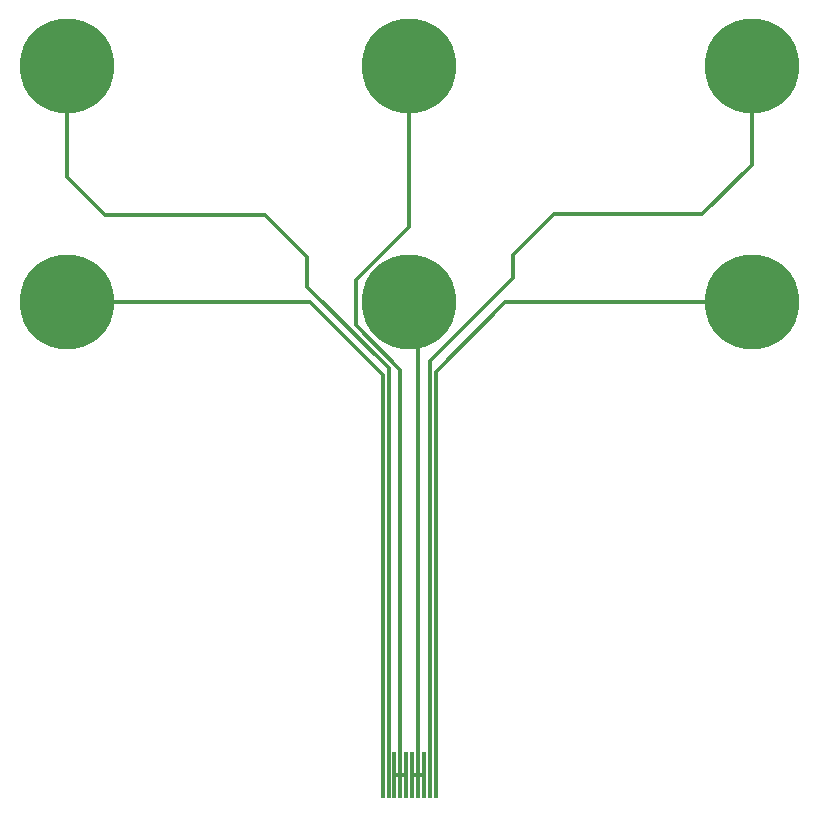
<source format=gbr>
G04 #@! TF.GenerationSoftware,KiCad,Pcbnew,(5.1.10)-1*
G04 #@! TF.CreationDate,2021-08-02T17:18:46+09:00*
G04 #@! TF.ProjectId,electrode_FPCB_rev1.2d,656c6563-7472-46f6-9465-5f465043425f,1.2d*
G04 #@! TF.SameCoordinates,Original*
G04 #@! TF.FileFunction,Copper,L1,Top*
G04 #@! TF.FilePolarity,Positive*
%FSLAX46Y46*%
G04 Gerber Fmt 4.6, Leading zero omitted, Abs format (unit mm)*
G04 Created by KiCad (PCBNEW (5.1.10)-1) date 2021-08-02 17:18:46*
%MOMM*%
%LPD*%
G01*
G04 APERTURE LIST*
G04 #@! TA.AperFunction,SMDPad,CuDef*
%ADD10R,0.300000X4.000000*%
G04 #@! TD*
G04 #@! TA.AperFunction,SMDPad,CuDef*
%ADD11C,8.000000*%
G04 #@! TD*
G04 #@! TA.AperFunction,Conductor*
%ADD12C,0.300000*%
G04 #@! TD*
G04 APERTURE END LIST*
D10*
X98550000Y-95700000D03*
X98050000Y-95700000D03*
X97550000Y-95700000D03*
X97050000Y-95700000D03*
X96550000Y-95700000D03*
X96050000Y-95700000D03*
X95550000Y-95700000D03*
X95050000Y-95700000D03*
X94550000Y-95700000D03*
X94050000Y-95700000D03*
D11*
X125300000Y-55700000D03*
X67300000Y-55700000D03*
X125300000Y-35700000D03*
X67300000Y-35700000D03*
X96300000Y-55700000D03*
X96300000Y-35700000D03*
D12*
X95550000Y-61388002D02*
X91750000Y-57588002D01*
X95550000Y-95700000D02*
X95550000Y-61388002D01*
X91750000Y-53811998D02*
X96286998Y-49275000D01*
X91750000Y-57588002D02*
X91750000Y-53811998D01*
X96286998Y-35713002D02*
X96300000Y-35700000D01*
X96286998Y-49275000D02*
X96286998Y-35713002D01*
X95550000Y-95700000D02*
X95050000Y-95700000D01*
X95550000Y-95700000D02*
X96050000Y-95700000D01*
X96550000Y-95700000D02*
X97050000Y-95700000D01*
X97550000Y-95700000D02*
X97050000Y-95700000D01*
X97050000Y-56450000D02*
X96300000Y-55700000D01*
X97050000Y-95700000D02*
X97050000Y-56450000D01*
X94550000Y-95700000D02*
X94550000Y-61275000D01*
X94550000Y-61275000D02*
X87675000Y-54400000D01*
X87675000Y-54400000D02*
X87675000Y-51875000D01*
X87675000Y-51875000D02*
X84125000Y-48325000D01*
X67300000Y-45050000D02*
X67300000Y-35700000D01*
X70575000Y-48325000D02*
X67300000Y-45050000D01*
X84125000Y-48325000D02*
X70575000Y-48325000D01*
X98050000Y-95700000D02*
X98050000Y-60675000D01*
X98050000Y-60675000D02*
X105125000Y-53600000D01*
X105125000Y-53600000D02*
X105125000Y-51700000D01*
X105125000Y-51700000D02*
X108575000Y-48250000D01*
X108575000Y-48250000D02*
X121075000Y-48250000D01*
X125300000Y-44025000D02*
X125300000Y-35700000D01*
X121075000Y-48250000D02*
X125300000Y-44025000D01*
X94050000Y-95700000D02*
X94050000Y-61825000D01*
X87925000Y-55700000D02*
X67300000Y-55700000D01*
X94050000Y-61825000D02*
X87925000Y-55700000D01*
X98550000Y-95700000D02*
X98550000Y-61550000D01*
X98550000Y-61550000D02*
X104425000Y-55675000D01*
X125275000Y-55675000D02*
X125300000Y-55700000D01*
X104425000Y-55675000D02*
X125275000Y-55675000D01*
M02*

</source>
